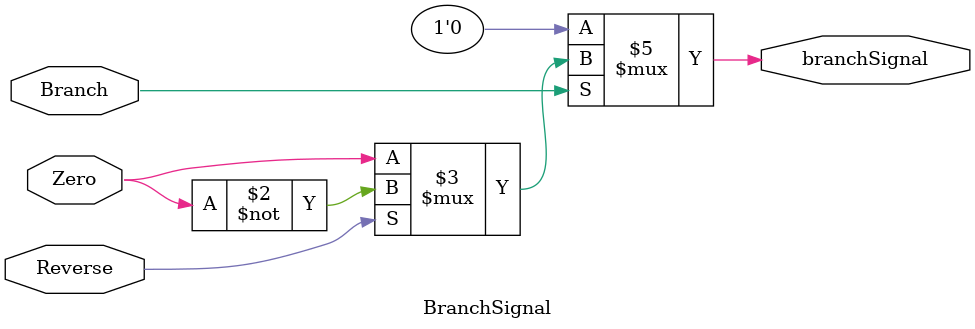
<source format=v>
module BranchSignal(Branch, Reverse, Zero, branchSignal);
	input Branch;
	input Reverse;
	input Zero;
	output reg branchSignal;
	
	always@(*)
		begin
		if(Branch)
			begin
			branchSignal = Reverse ? ~Zero : Zero;
			end
		else
			begin
			branchSignal = 1'b0;
			end
		end
endmodule
</source>
